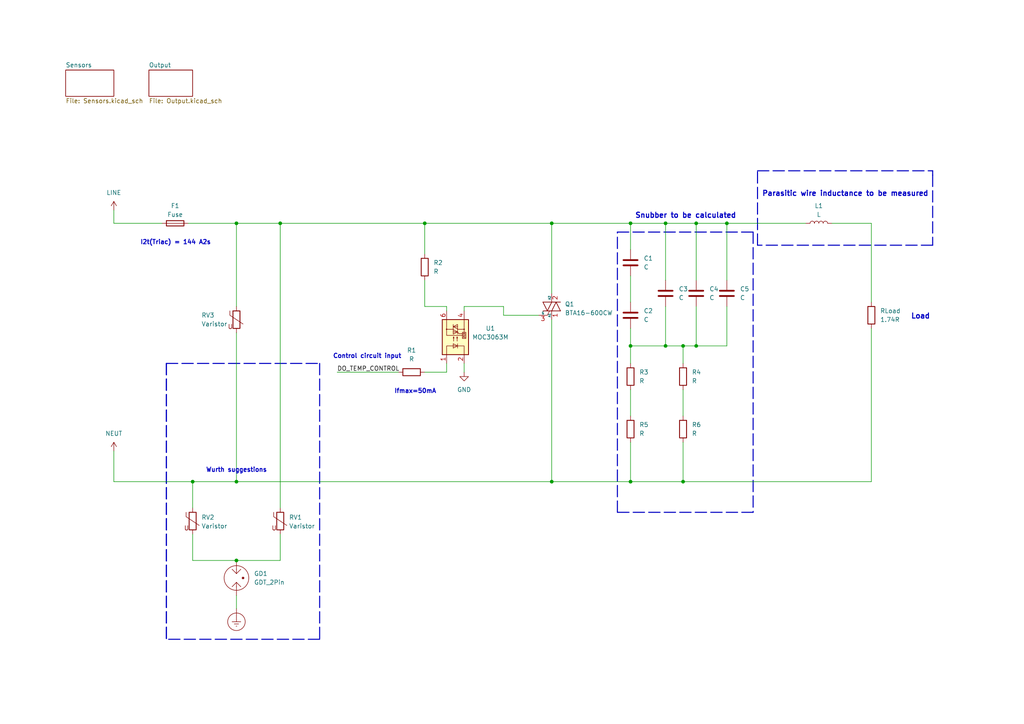
<source format=kicad_sch>
(kicad_sch (version 20230121) (generator eeschema)
  (paper "A4")
  (lib_symbols
    (symbol "Device:C" (pin_numbers hide) (pin_names (offset 0.254))
      (property "Reference" "C" (at 0.635 2.54 0))
      (property "Value" "C" (at 0.635 -2.54 0))
      (symbol "C_0_1"
        (polyline (pts (xy -2.032 -0.762) (xy 2.032 -0.762)) (stroke (width 0.508)))
        (polyline (pts (xy -2.032 0.762) (xy 2.032 0.762)) (stroke (width 0.508)))
      )
      (symbol "C_1_1"
        (pin passive line (at 0 3.81 270) (length 2.794) (name "~") (number "1"))
        (pin passive line (at 0 -3.81 90) (length 2.794) (name "~") (number "2"))
      )
    )
    (symbol "Device:Fuse" (pin_numbers hide) (pin_names (offset 0))
      (property "Reference" "F" (at 2.032 0 90))
      (property "Value" "Fuse" (at -1.905 0 90))
      (symbol "Fuse_0_1"
        (rectangle (start -0.762 -2.54) (end 0.762 2.54) (stroke (width 0.254)))
        (polyline (pts (xy 0 2.54) (xy 0 -2.54)))
      )
      (symbol "Fuse_1_1"
        (pin passive line (at 0 3.81 270) (length 1.27) (name "~") (number "1"))
        (pin passive line (at 0 -3.81 90) (length 1.27) (name "~") (number "2"))
      )
    )
    (symbol "Device:GDT_2Pin" (pin_numbers hide)
      (property "Reference" "GD" (at 5.08 0 90))
      (property "Value" "GDT_2Pin" (at 7.62 0 90))
      (symbol "GDT_2Pin_0_1"
        (polyline (pts (xy 0 -2.54) (xy 0 -1.27)))
        (polyline (pts (xy 0 -1.27) (xy -1.27 -2.54)))
        (polyline (pts (xy 0 -1.27) (xy 1.27 -2.54)))
        (polyline (pts (xy 0 1.27) (xy -1.27 2.54)))
        (polyline (pts (xy 0 1.27) (xy 1.27 2.54)))
        (polyline (pts (xy 0 2.54) (xy 0 1.27)))
        (circle (center 0 0) (radius 3.5814))
        (circle (center 1.905 0) (radius 0.127))
        (circle (center 1.905 0) (radius 0.127))
        (circle (center 1.905 0) (radius 0.2794))
        (circle (center 2.032 0) (radius 0.127))
      )
      (symbol "GDT_2Pin_1_1"
        (pin passive line (at 0 -5.08 90) (length 2.54) (name "~") (number "1"))
        (pin passive line (at 0 5.08 270) (length 2.54) (name "~") (number "3"))
      )
    )
    (symbol "Device:L" (pin_numbers hide) (pin_names (offset 1.016) hide)
      (property "Reference" "L" (at -1.27 0 90))
      (property "Value" "L" (at 1.905 0 90))
      (symbol "L_0_1"
        (arc (start 0 -2.54) (mid 0.6323 -1.905) (end 0 -1.27))
        (arc (start 0 -1.27) (mid 0.6323 -0.635) (end 0 0))
        (arc (start 0 0) (mid 0.6323 0.635) (end 0 1.27))
        (arc (start 0 1.27) (mid 0.6323 1.905) (end 0 2.54))
      )
      (symbol "L_1_1"
        (pin passive line (at 0 3.81 270) (length 1.27) (name "1") (number "1"))
        (pin passive line (at 0 -3.81 90) (length 1.27) (name "2") (number "2"))
      )
    )
    (symbol "Device:R" (pin_numbers hide) (pin_names (offset 0))
      (property "Reference" "R" (at 2.032 0 90))
      (property "Value" "R" (at 0 0 90))
      (symbol "R_0_1"
        (rectangle (start -1.016 -2.54) (end 1.016 2.54) (stroke (width 0.254)))
      )
      (symbol "R_1_1"
        (pin passive line (at 0 3.81 270) (length 1.27) (name "~") (number "1"))
        (pin passive line (at 0 -3.81 90) (length 1.27) (name "~") (number "2"))
      )
    )
    (symbol "Device:Varistor" (pin_numbers hide) (pin_names (offset 0))
      (property "Reference" "RV" (at 3.175 0 90))
      (property "Value" "Varistor" (at -3.175 0 90))
      (symbol "Varistor_0_0"
        (text "U" (at -1.778 -2.032 0) (effects (font (size 1.27 1.27))))
      )
      (symbol "Varistor_0_1"
        (rectangle (start -1.016 -2.54) (end 1.016 2.54) (stroke (width 0.254)))
        (polyline (pts (xy -1.905 2.54) (xy -1.905 1.27) (xy 1.905 -1.27)))
      )
      (symbol "Varistor_1_1"
        (pin passive line (at 0 3.81 270) (length 1.27) (name "~") (number "1"))
        (pin passive line (at 0 -3.81 90) (length 1.27) (name "~") (number "2"))
      )
    )
    (symbol "Relay_SolidState:MOC3063M"
      (property "Reference" "U" (at -5.08 5.08 0))
      (property "Value" "MOC3063M" (at 0 5.08 0))
      (symbol "MOC3063M_0_0"
        (rectangle (start -0.381 -2.032) (end 1.397 -3.048))
        (polyline (pts (xy 2.286 -2.54) (xy 1.397 -2.54)))
        (polyline (pts (xy 1.524 -0.635) (xy 1.016 -1.016) (xy 1.016 -2.032)))
        (text "ZCD" (at 0.508 -2.54 0) (effects (font (size 0.508 0.508))))
      )
      (symbol "MOC3063M_0_1"
        (rectangle (start -5.08 3.81) (end 5.08 -3.81) (stroke (width 0.254)) (fill (type background)))
        (polyline (pts (xy -3.175 -0.635) (xy -1.905 -0.635)))
        (polyline (pts (xy 1.524 -0.635) (xy 1.524 0.635)))
        (polyline (pts (xy 3.048 0.635) (xy 3.048 -0.635)))
        (polyline (pts (xy 2.286 -0.635) (xy 2.286 -2.54) (xy 5.08 -2.54)))
        (polyline (pts (xy 2.286 0.635) (xy 2.286 2.54) (xy 5.08 2.54)))
        (polyline (pts (xy 2.286 2.54) (xy 0.508 2.54) (xy 0.508 -2.032)))
        (polyline (pts (xy -5.08 2.54) (xy -2.54 2.54) (xy -2.54 -2.54) (xy -5.08 -2.54)))
        (polyline (pts (xy -2.54 -0.635) (xy -3.175 0.635) (xy -1.905 0.635) (xy -2.54 -0.635)))
        (polyline (pts (xy 0.889 -0.635) (xy 3.683 -0.635) (xy 3.048 0.635) (xy 2.413 -0.635)))
        (polyline (pts (xy 3.683 0.635) (xy 0.889 0.635) (xy 1.524 -0.635) (xy 2.159 0.635)))
        (polyline (pts (xy -1.143 -0.508) (xy 0.127 -0.508) (xy -0.254 -0.635) (xy -0.254 -0.381) (xy 0.127 -0.508)))
        (polyline (pts (xy -1.143 0.508) (xy 0.127 0.508) (xy -0.254 0.381) (xy -0.254 0.635) (xy 0.127 0.508)))
        (circle (center 2.286 -2.54) (radius 0.127))
        (circle (center 2.286 2.54) (radius 0.127))
      )
      (symbol "MOC3063M_1_1"
        (pin passive line (at -7.62 2.54 0) (length 2.54) (name "~") (number "1"))
        (pin passive line (at -7.62 -2.54 0) (length 2.54) (name "~") (number "2"))
        (pin no_connect line (at -5.08 0 0) (length 2.54) hide (name "NC") (number "3"))
        (pin passive line (at 7.62 -2.54 180) (length 2.54) (name "~") (number "4"))
        (pin no_connect line (at 5.08 0 180) (length 2.54) hide (name "NC") (number "5"))
        (pin passive line (at 7.62 2.54 180) (length 2.54) (name "~") (number "6"))
      )
    )
    (symbol "Triac_Thyristor:BTA16-600CW" (pin_names (offset 0))
      (property "Reference" "Q" (at 5.08 1.905 0))
      (property "Value" "BTA16-600CW" (at 5.08 0 0))
      (symbol "BTA16-600CW_0_1"
        (polyline (pts (xy -2.54 -1.27) (xy 2.54 -1.27)) (stroke (width 0.2032)))
        (polyline (pts (xy -2.54 1.27) (xy 2.54 1.27)) (stroke (width 0.2032)))
        (polyline (pts (xy -1.27 -2.54) (xy -0.635 -1.27)))
        (polyline (pts (xy -2.54 1.27) (xy -1.27 -1.27) (xy 0 1.27)) (stroke (width 0.2032)))
        (polyline (pts (xy 0 -1.27) (xy 1.27 1.27) (xy 2.54 -1.27)) (stroke (width 0.2032)))
      )
      (symbol "BTA16-600CW_1_1"
        (pin passive line (at 0 -3.81 90) (length 2.54) (name "A1") (number "1"))
        (pin passive line (at 0 3.81 270) (length 2.54) (name "A2") (number "2"))
        (pin input line (at -3.81 -2.54 0) (length 2.54) (name "G") (number "3"))
      )
    )
    (symbol "power:Earth_Protective" (power) (pin_names (offset 0))
      (symbol "Earth_Protective_0_1"
        (circle (center 0 -3.81) (radius 2.54))
        (polyline (pts (xy -0.635 -4.445) (xy 0.635 -4.445)))
        (polyline (pts (xy -0.127 -5.08) (xy 0.127 -5.08)))
        (polyline (pts (xy 0 -3.81) (xy 0 0)))
        (polyline (pts (xy 1.27 -3.81) (xy -1.27 -3.81)))
      )
      (symbol "Earth_Protective_1_1"
        (pin power_in line (at 0 0 270) (length 0) hide (name "Earth_Protective") (number "1"))
      )
    )
    (symbol "power:GND" (power) (pin_names (offset 0))
      (property "Value" "GND" (at 0 -3.81 0))
      (symbol "GND_0_1"
        (polyline (pts (xy 0 0) (xy 0 -1.27) (xy 1.27 -1.27) (xy 0 -2.54) (xy -1.27 -1.27) (xy 0 -1.27)))
      )
      (symbol "GND_1_1"
        (pin power_in line (at 0 0 270) (length 0) hide (name "GND") (number "1"))
      )
    )
    (symbol "power:LINE" (power) (pin_names (offset 0))
      (property "Value" "LINE" (at 0 3.81 0))
      (symbol "LINE_0_1"
        (polyline (pts (xy -0.762 1.27) (xy 0 2.54)))
        (polyline (pts (xy 0 0) (xy 0 2.54)))
        (polyline (pts (xy 0 2.54) (xy 0.762 1.27)))
      )
      (symbol "LINE_1_1"
        (pin power_in line (at 0 0 90) (length 0) hide (name "LINE") (number "1"))
      )
    )
    (symbol "power:NEUT" (power) (pin_names (offset 0))
      (property "Value" "NEUT" (at 0 3.81 0))
      (symbol "NEUT_0_1"
        (polyline (pts (xy -0.762 1.27) (xy 0 2.54)))
        (polyline (pts (xy 0 0) (xy 0 2.54)))
        (polyline (pts (xy 0 2.54) (xy 0.762 1.27)))
      )
      (symbol "NEUT_1_1"
        (pin power_in line (at 0 0 90) (length 0) hide (name "NEUT") (number "1"))
      )
    )
  )
  (junction (at 198.12 100.33))
  (junction (at 193.04 100.33))
  (junction (at 68.58 64.77))
  (junction (at 55.88 139.7))
  (junction (at 68.58 162.56))
  (junction (at 160.02 64.77))
  (junction (at 123.19 64.77))
  (junction (at 182.88 100.33))
  (junction (at 193.04 64.77))
  (junction (at 198.12 139.7))
  (junction (at 201.93 100.33))
  (junction (at 182.88 64.77))
  (junction (at 160.02 139.7))
  (junction (at 201.93 64.77))
  (junction (at 210.82 64.77))
  (junction (at 182.88 139.7))
  (junction (at 81.28 64.77))
  (junction (at 68.58 139.7))
  (wire (pts (xy 210.82 64.77) (xy 233.68 64.77)))
  (wire (pts (xy 160.02 64.77) (xy 182.88 64.77)))
  (wire (pts (xy 201.93 64.77) (xy 210.82 64.77)))
  (wire (pts (xy 123.19 107.95) (xy 129.54 107.95)))
  (wire (pts (xy 123.19 64.77) (xy 160.02 64.77)))
  (wire (pts (xy 129.54 88.9) (xy 123.19 88.9)))
  (wire (pts (xy 198.12 100.33) (xy 201.93 100.33)))
  (polyline (pts (xy 179.07 148.59) (xy 179.07 67.31)) (stroke (width 0.3) (type dash)))
  (wire (pts (xy 193.04 64.77) (xy 193.04 81.28)))
  (wire (pts (xy 33.02 130.81) (xy 33.02 139.7)))
  (wire (pts (xy 210.82 88.9) (xy 210.82 100.33)))
  (wire (pts (xy 68.58 162.56) (xy 81.28 162.56)))
  (wire (pts (xy 55.88 162.56) (xy 68.58 162.56)))
  (polyline (pts (xy 48.26 105.41) (xy 48.26 185.42)) (stroke (width 0.3) (type dash)))
  (polyline (pts (xy 270.51 71.12) (xy 219.71 71.12)) (stroke (width 0.3) (type dash)))
  (wire (pts (xy 193.04 64.77) (xy 201.93 64.77)))
  (wire (pts (xy 123.19 88.9) (xy 123.19 81.28)))
  (wire (pts (xy 252.73 87.63) (xy 252.73 64.77)))
  (polyline (pts (xy 92.71 105.41) (xy 92.71 185.42)) (stroke (width 0.3) (type dash)))
  (wire (pts (xy 134.62 107.95) (xy 134.62 105.41)))
  (wire (pts (xy 160.02 92.71) (xy 160.02 139.7)))
  (wire (pts (xy 160.02 85.09) (xy 160.02 64.77)))
  (wire (pts (xy 55.88 139.7) (xy 55.88 147.32)))
  (wire (pts (xy 54.61 64.77) (xy 68.58 64.77)))
  (polyline (pts (xy 270.51 50.8) (xy 270.51 71.12)) (stroke (width 0.3) (type dash)))
  (wire (pts (xy 198.12 113.03) (xy 198.12 120.65)))
  (wire (pts (xy 68.58 96.52) (xy 68.58 139.7)))
  (wire (pts (xy 160.02 139.7) (xy 182.88 139.7)))
  (wire (pts (xy 123.19 64.77) (xy 123.19 73.66)))
  (wire (pts (xy 68.58 64.77) (xy 68.58 88.9)))
  (wire (pts (xy 182.88 64.77) (xy 193.04 64.77)))
  (wire (pts (xy 241.3 64.77) (xy 252.73 64.77)))
  (wire (pts (xy 81.28 154.94) (xy 81.28 162.56)))
  (wire (pts (xy 33.02 64.77) (xy 46.99 64.77)))
  (wire (pts (xy 201.93 64.77) (xy 201.93 81.28)))
  (wire (pts (xy 193.04 100.33) (xy 198.12 100.33)))
  (wire (pts (xy 68.58 172.72) (xy 68.58 176.53)))
  (wire (pts (xy 129.54 88.9) (xy 129.54 90.17)))
  (wire (pts (xy 182.88 95.25) (xy 182.88 100.33)))
  (wire (pts (xy 252.73 95.25) (xy 252.73 139.7)))
  (wire (pts (xy 182.88 100.33) (xy 193.04 100.33)))
  (wire (pts (xy 182.88 100.33) (xy 182.88 105.41)))
  (wire (pts (xy 146.05 88.9) (xy 146.05 91.44)))
  (wire (pts (xy 210.82 64.77) (xy 210.82 81.28)))
  (wire (pts (xy 97.79 107.95) (xy 115.57 107.95)))
  (wire (pts (xy 33.02 60.96) (xy 33.02 64.77)))
  (polyline (pts (xy 179.07 67.31) (xy 218.44 67.31)) (stroke (width 0.3) (type dash)))
  (wire (pts (xy 182.88 64.77) (xy 182.88 72.39)))
  (wire (pts (xy 81.28 64.77) (xy 123.19 64.77)))
  (polyline (pts (xy 48.26 105.41) (xy 48.26 185.42)) (stroke (width 0.3) (type dash)))
  (wire (pts (xy 81.28 64.77) (xy 81.28 147.32)))
  (wire (pts (xy 201.93 88.9) (xy 201.93 100.33)))
  (polyline (pts (xy 219.71 71.12) (xy 219.71 49.53)) (stroke (width 0.3) (type dash)))
  (polyline (pts (xy 48.26 105.41) (xy 92.71 105.41)) (stroke (width 0.3) (type dash)))
  (wire (pts (xy 68.58 64.77) (xy 81.28 64.77)))
  (wire (pts (xy 33.02 139.7) (xy 55.88 139.7)))
  (wire (pts (xy 55.88 154.94) (xy 55.88 162.56)))
  (polyline (pts (xy 218.44 148.59) (xy 179.07 148.59)) (stroke (width 0.3) (type dash)))
  (wire (pts (xy 55.88 139.7) (xy 68.58 139.7)))
  (wire (pts (xy 198.12 139.7) (xy 252.73 139.7)))
  (wire (pts (xy 182.88 128.27) (xy 182.88 139.7)))
  (wire (pts (xy 198.12 100.33) (xy 198.12 105.41)))
  (wire (pts (xy 134.62 88.9) (xy 146.05 88.9)))
  (polyline (pts (xy 219.71 49.53) (xy 270.51 49.53)) (stroke (width 0.3) (type dash)))
  (wire (pts (xy 68.58 139.7) (xy 160.02 139.7)))
  (polyline (pts (xy 92.71 185.42) (xy 48.26 185.42)) (stroke (width 0.3) (type dash)))
  (polyline (pts (xy 270.51 49.53) (xy 270.51 50.8)) (stroke (width 0.3) (type dash)))
  (wire (pts (xy 146.05 91.44) (xy 156.21 91.44)))
  (polyline (pts (xy 218.44 67.31) (xy 218.44 148.59)) (stroke (width 0.3) (type dash)))
  (wire (pts (xy 193.04 88.9) (xy 193.04 100.33)))
  (wire (pts (xy 134.62 88.9) (xy 134.62 90.17)))
  (wire (pts (xy 182.88 139.7) (xy 198.12 139.7)))
  (wire (pts (xy 182.88 113.03) (xy 182.88 120.65)))
  (wire (pts (xy 129.54 107.95) (xy 129.54 105.41)))
  (wire (pts (xy 182.88 80.01) (xy 182.88 87.63)))
  (wire (pts (xy 210.82 100.33) (xy 201.93 100.33)))
  (wire (pts (xy 198.12 128.27) (xy 198.12 139.7)))
  (text "Parasitic wire inductance to be measured" (at 220.98 57.15 0) (effects (font (size 1.5 1.5) (thickness 0.3) bold) (justify left bottom)))
  (text "Ifmax=50mA" (at 114.3 114.3 0) (effects (font (size 1.27 1.27) bold) (justify left bottom)))
  (text "I2t(Triac) = 144 A2s" (at 40.64 71.12 0) (effects (font (size 1.27 1.27) bold) (justify left bottom)))
  (text "Wurth suggestions" (at 59.69 137.16 0) (effects (font (size 1.27 1.27) bold) (justify left bottom)))
  (text "Load" (at 264.16 92.71 0) (effects (font (size 1.5 1.5) (thickness 0.3) bold) (justify left bottom)))
  (text "Control circuit input\n" (at 96.52 104.14 0) (effects (font (size 1.27 1.27) bold) (justify left bottom)))
  (text "Snubber to be calculated" (at 184.15 63.5 0) (effects (font (size 1.5 1.5) (thickness 0.3) bold) (justify left bottom)))
  (label "DO_TEMP_CONTROL" (at 97.79 107.95 0))
  (symbol (lib_id "Device:GDT_2Pin") (at 68.58 167.64 0) (unit 1)
    (property "Reference" "GD1" (at 73.66 166.37 0) (effects (justify left)))
    (property "Value" "GDT_2Pin" (at 73.66 168.91 0) (effects (justify left)))
  )
  (symbol (lib_id "Device:Varistor") (at 55.88 151.13 0) (unit 1)
    (property "Reference" "RV2" (at 58.42 150.0533 0) (effects (justify left)))
    (property "Value" "Varistor" (at 58.42 152.5933 0) (effects (justify left)))
    (property "Sim.Name" "kicad_builtin_varistor" (effects hide))
    (property "Sim.Device" "SUBCKT" (effects hide))
    (property "Sim.Pins" "1=A 2=B" (effects hide))
    (property "Sim.Params" "threshold=1k" (effects hide))
    (property "Sim.Library" "${KICAD7_SYMBOL_DIR}/Simulation_SPICE.sp" (effects hide))
  )
  (symbol (lib_id "Device:R") (at 198.12 124.46 0) (unit 1)
    (property "Reference" "R6" (at 200.66 123.19 0) (effects (justify left)))
    (property "Value" "R" (at 200.66 125.73 0) (effects (justify left)))
    (property "Footprint" "Resistor_THT:R_Axial_Shunt_L22.2mm_W8.0mm_PS14.30mm_P25.40mm" (effects hide))
  )
  (symbol (lib_id "Device:Varistor") (at 68.58 92.71 0) (unit 1)
    (property "Reference" "RV3" (at 58.42 91.44 0) (effects (justify left)))
    (property "Value" "Varistor" (at 58.42 93.98 0) (effects (justify left)))
    (property "Sim.Name" "kicad_builtin_varistor" (effects hide))
    (property "Sim.Device" "SUBCKT" (effects hide))
    (property "Sim.Pins" "1=A 2=B" (effects hide))
    (property "Sim.Params" "threshold=1k" (effects hide))
    (property "Sim.Library" "${KICAD7_SYMBOL_DIR}/Simulation_SPICE.sp" (effects hide))
  )
  (symbol (lib_id "Device:R") (at 198.12 109.22 0) (unit 1)
    (property "Reference" "R4" (at 200.66 107.95 0) (effects (justify left)))
    (property "Value" "R" (at 200.66 110.49 0) (effects (justify left)))
    (property "Footprint" "Resistor_THT:R_Axial_Shunt_L22.2mm_W8.0mm_PS14.30mm_P25.40mm" (effects hide))
  )
  (symbol (lib_id "Device:R") (at 119.38 107.95 90) (unit 1)
    (property "Reference" "R1" (at 119.38 101.6 90))
    (property "Value" "R" (at 119.38 104.14 90))
  )
  (symbol (lib_id "Device:L") (at 237.49 64.77 90) (unit 1)
    (property "Reference" "L1" (at 237.49 59.69 90))
    (property "Value" "L" (at 237.49 62.23 90))
  )
  (symbol (lib_id "Device:C") (at 201.93 85.09 0) (unit 1)
    (property "Reference" "C4" (at 205.74 83.82 0) (effects (justify left)))
    (property "Value" "C" (at 205.74 86.36 0) (effects (justify left)))
    (property "Footprint" "Capacitor_THT:C_Axial_L3.8mm_D2.6mm_P10.00mm_Horizontal" (effects hide))
  )
  (symbol (lib_id "power:LINE") (at 33.02 60.96 0) (unit 1)
    (property "Reference" "#PWR02" (effects hide))
    (property "Value" "LINE" (at 33.02 55.88 0))
  )
  (symbol (lib_id "Triac_Thyristor:BTA16-600CW") (at 160.02 88.9 0) (unit 1)
    (property "Reference" "Q1" (at 163.83 88.2142 0) (effects (justify left)))
    (property "Value" "BTA16-600CW" (at 163.83 90.7542 0) (effects (justify left)))
    (property "Footprint" "Package_TO_SOT_THT:TO-220-3_Vertical" (effects hide))
    (property "Datasheet" "https://www.st.com/resource/en/datasheet/bta16.pdf" (effects hide))
  )
  (symbol (lib_id "power:Earth_Protective") (at 68.58 176.53 0) (unit 1)
    (property "Reference" "#PWR04" (effects hide))
    (property "Value" "Earth_Protective" (effects hide))
  )
  (symbol (lib_id "Device:Varistor") (at 81.28 151.13 0) (unit 1)
    (property "Reference" "RV1" (at 83.82 150.0533 0) (effects (justify left)))
    (property "Value" "Varistor" (at 83.82 152.5933 0) (effects (justify left)))
    (property "Sim.Name" "kicad_builtin_varistor" (effects hide))
    (property "Sim.Device" "SUBCKT" (effects hide))
    (property "Sim.Pins" "1=A 2=B" (effects hide))
    (property "Sim.Params" "threshold=1k" (effects hide))
    (property "Sim.Library" "${KICAD7_SYMBOL_DIR}/Simulation_SPICE.sp" (effects hide))
  )
  (symbol (lib_id "Device:C") (at 210.82 85.09 0) (unit 1)
    (property "Reference" "C5" (at 214.63 83.82 0) (effects (justify left)))
    (property "Value" "C" (at 214.63 86.36 0) (effects (justify left)))
    (property "Footprint" "Capacitor_THT:C_Axial_L3.8mm_D2.6mm_P15.00mm_Horizontal" (effects hide))
  )
  (symbol (lib_id "power:GND") (at 134.62 107.95 0) (unit 1)
    (property "Reference" "#PWR01" (effects hide))
    (property "Value" "GND" (at 134.62 113.03 0))
  )
  (symbol (lib_id "Device:Fuse") (at 50.8 64.77 90) (unit 1)
    (property "Reference" "F1" (at 50.8 59.69 90))
    (property "Value" "Fuse" (at 50.8 62.23 90))
  )
  (symbol (lib_id "Relay_SolidState:MOC3063M") (at 132.08 97.79 90) (unit 1)
    (property "Reference" "U1" (at 142.24 95.25 90))
    (property "Value" "MOC3063M" (at 142.24 97.79 90))
    (property "Datasheet" "https://www.onsemi.com/pub/Collateral/MOC3163M-D.pdf" (effects hide))
  )
  (symbol (lib_id "Device:R") (at 252.73 91.44 0) (unit 1)
    (property "Reference" "RLoad" (at 255.27 90.17 0) (effects (justify left)))
    (property "Value" "1.74R" (at 255.27 92.71 0) (effects (justify left)))
  )
  (symbol (lib_id "Device:R") (at 182.88 124.46 0) (unit 1)
    (property "Reference" "R5" (at 185.42 123.19 0) (effects (justify left)))
    (property "Value" "R" (at 185.42 125.73 0) (effects (justify left)))
    (property "Footprint" "Resistor_THT:R_Axial_Shunt_L22.2mm_W8.0mm_PS14.30mm_P25.40mm" (effects hide))
  )
  (symbol (lib_id "Device:R") (at 182.88 109.22 0) (unit 1)
    (property "Reference" "R3" (at 185.42 107.95 0) (effects (justify left)))
    (property "Value" "R" (at 185.42 110.49 0) (effects (justify left)))
    (property "Footprint" "Resistor_THT:R_Axial_Shunt_L22.2mm_W8.0mm_PS14.30mm_P25.40mm" (effects hide))
  )
  (symbol (lib_id "Device:R") (at 123.19 77.47 0) (unit 1)
    (property "Reference" "R2" (at 125.73 76.2 0) (effects (justify left)))
    (property "Value" "R" (at 125.73 78.74 0) (effects (justify left)))
  )
  (symbol (lib_id "power:NEUT") (at 33.02 130.81 0) (unit 1)
    (property "Reference" "#PWR03" (effects hide))
    (property "Value" "NEUT" (at 33.02 125.73 0))
  )
  (symbol (lib_id "Device:C") (at 182.88 76.2 0) (unit 1)
    (property "Reference" "C1" (at 186.69 74.93 0) (effects (justify left)))
    (property "Value" "C" (at 186.69 77.47 0) (effects (justify left)))
    (property "Footprint" "Capacitor_SMD:C_2220_5750Metric_Pad1.97x5.40mm_HandSolder" (effects hide))
  )
  (symbol (lib_id "Device:C") (at 182.88 91.44 0) (unit 1)
    (property "Reference" "C2" (at 186.69 90.17 0) (effects (justify left)))
    (property "Value" "C" (at 186.69 92.71 0) (effects (justify left)))
    (property "Footprint" "Capacitor_SMD:C_2220_5750Metric_Pad1.97x5.40mm_HandSolder" (effects hide))
  )
  (symbol (lib_id "Device:C") (at 193.04 85.09 0) (unit 1)
    (property "Reference" "C3" (at 196.85 83.82 0) (effects (justify left)))
    (property "Value" "C" (at 196.85 86.36 0) (effects (justify left)))
    (property "Footprint" "Capacitor_THT:CP_Axial_L10.0mm_D4.5mm_P15.00mm_Horizontal" (effects hide))
  )
  (sheet (at 43.18 20.32) (size 12.7 7.62) (stroke (width 0.1524))
    (property "Sheetname" "Output" (at 43.18 19.6084 0) (effects (justify left bottom)))
    (property "Sheetfile" "Output.kicad_sch" (at 43.18 28.5246 0) (effects (justify left top)))
  )
  (sheet (at 19.05 20.32) (size 13.97 7.62) (stroke (width 0.1524))
    (property "Sheetname" "Sensors" (at 19.05 19.6084 0) (effects (justify left bottom)))
    (property "Sheetfile" "Sensors.kicad_sch" (at 19.05 28.5246 0) (effects (justify left top)))
  )
)
</source>
